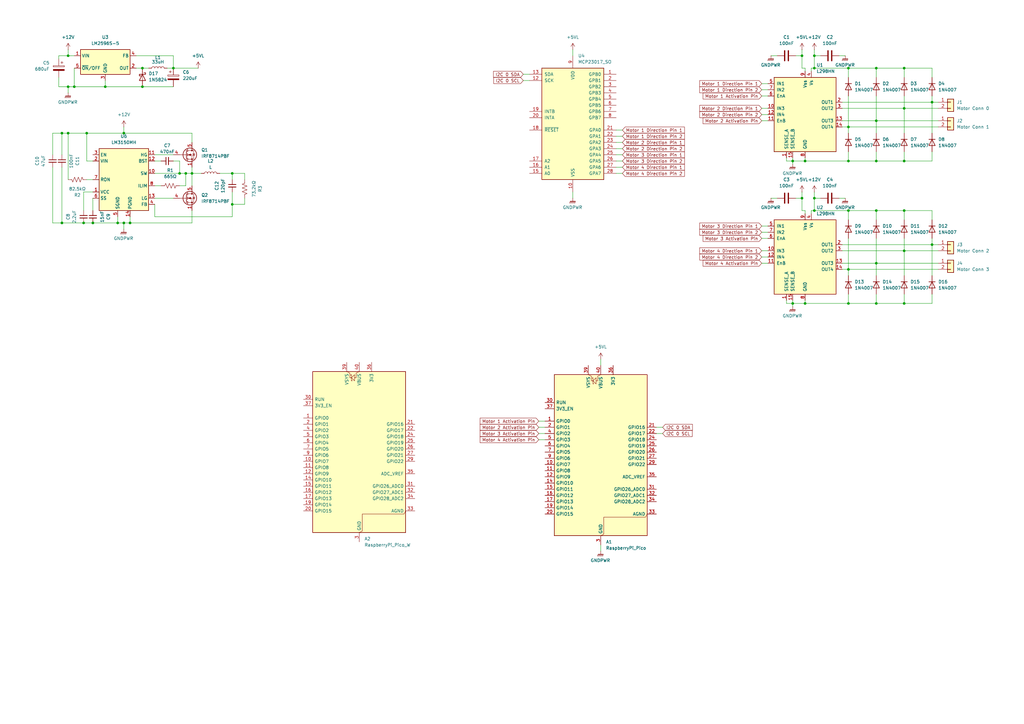
<source format=kicad_sch>
(kicad_sch (version 20250114) (generator "eeschema") (generator_version "9.0")
  (paper "A3")
  (junction (at 27.94 22.86))
  (junction (at 334.01 86.36))
  (junction (at 30.48 35.56))
  (junction (at 25.4 54.61))
  (junction (at 370.84 44.45))
  (junction (at 50.8 91.44))
  (junction (at 359.41 27.94))
  (junction (at 38.1 91.44))
  (junction (at 48.26 91.44))
  (junction (at 370.84 66.04))
  (junction (at 328.93 81.28))
  (junction (at 95.25 83.82))
  (junction (at 370.84 124.46))
  (junction (at 71.12 27.94))
  (junction (at 95.25 71.12))
  (junction (at 34.29 91.44))
  (junction (at 382.27 100.33))
  (junction (at 325.12 66.04))
  (junction (at 359.41 49.53))
  (junction (at 53.34 91.44))
  (junction (at 27.94 54.61))
  (junction (at 73.66 71.12))
  (junction (at 58.42 27.94))
  (junction (at 347.98 27.94))
  (junction (at 330.2 66.04))
  (junction (at 334.01 22.86))
  (junction (at 43.18 35.56))
  (junction (at 25.4 91.44))
  (junction (at 347.98 52.07))
  (junction (at 334.01 81.28))
  (junction (at 35.56 54.61))
  (junction (at 359.41 124.46))
  (junction (at 347.98 110.49))
  (junction (at 359.41 107.95))
  (junction (at 50.8 54.61))
  (junction (at 334.01 27.94))
  (junction (at 347.98 66.04))
  (junction (at 78.74 71.12))
  (junction (at 347.98 86.36))
  (junction (at 347.98 124.46))
  (junction (at 370.84 86.36))
  (junction (at 359.41 66.04))
  (junction (at 382.27 41.91))
  (junction (at 325.12 124.46))
  (junction (at 370.84 102.87))
  (junction (at 330.2 124.46))
  (junction (at 370.84 27.94))
  (junction (at 58.42 35.56))
  (junction (at 27.94 35.56))
  (junction (at 328.93 22.86))
  (junction (at 359.41 86.36))
  (junction (at 76.2 71.12))
  (wire (pts (xy 347.98 66.04) (xy 359.41 66.04)))
  (wire (pts (xy 359.41 107.95) (xy 359.41 113.03)))
  (wire (pts (xy 78.74 68.58) (xy 78.74 71.12)))
  (wire (pts (xy 370.84 62.23) (xy 370.84 66.04)))
  (wire (pts (xy 326.39 81.28) (xy 328.93 81.28)))
  (wire (pts (xy 332.74 86.36) (xy 334.01 86.36)))
  (wire (pts (xy 214.63 30.48) (xy 217.17 30.48)))
  (wire (pts (xy 312.42 49.53) (xy 314.96 49.53)))
  (wire (pts (xy 95.25 71.12) (xy 100.33 71.12)))
  (wire (pts (xy 359.41 124.46) (xy 370.84 124.46)))
  (wire (pts (xy 255.27 63.5) (xy 252.73 63.5)))
  (wire (pts (xy 73.66 76.2) (xy 76.2 76.2)))
  (wire (pts (xy 312.42 105.41) (xy 314.96 105.41)))
  (wire (pts (xy 316.23 22.86) (xy 318.77 22.86)))
  (wire (pts (xy 370.84 124.46) (xy 382.27 124.46)))
  (wire (pts (xy 370.84 66.04) (xy 382.27 66.04)))
  (wire (pts (xy 63.5 66.04) (xy 66.04 66.04)))
  (wire (pts (xy 21.59 68.58) (xy 21.59 91.44)))
  (wire (pts (xy 24.13 22.86) (xy 24.13 24.13)))
  (wire (pts (xy 359.41 62.23) (xy 359.41 66.04)))
  (wire (pts (xy 246.38 223.52) (xy 246.38 226.06)))
  (wire (pts (xy 325.12 64.77) (xy 325.12 66.04)))
  (wire (pts (xy 328.93 78.74) (xy 328.93 81.28)))
  (wire (pts (xy 345.44 110.49) (xy 347.98 110.49)))
  (wire (pts (xy 220.98 175.26) (xy 223.52 175.26)))
  (wire (pts (xy 359.41 66.04) (xy 370.84 66.04)))
  (wire (pts (xy 370.84 86.36) (xy 370.84 90.17)))
  (wire (pts (xy 24.13 31.75) (xy 24.13 35.56)))
  (wire (pts (xy 330.2 27.94) (xy 330.2 29.21)))
  (wire (pts (xy 255.27 66.04) (xy 252.73 66.04)))
  (wire (pts (xy 76.2 71.12) (xy 76.2 76.2)))
  (wire (pts (xy 359.41 49.53) (xy 384.81 49.53)))
  (wire (pts (xy 334.01 86.36) (xy 347.98 86.36)))
  (wire (pts (xy 334.01 81.28) (xy 336.55 81.28)))
  (wire (pts (xy 322.58 123.19) (xy 322.58 124.46)))
  (wire (pts (xy 316.23 81.28) (xy 318.77 81.28)))
  (wire (pts (xy 330.2 86.36) (xy 328.93 86.36)))
  (wire (pts (xy 344.17 81.28) (xy 346.71 81.28)))
  (wire (pts (xy 382.27 120.65) (xy 382.27 124.46)))
  (wire (pts (xy 246.38 147.32) (xy 246.38 149.86)))
  (wire (pts (xy 370.84 27.94) (xy 370.84 31.75)))
  (wire (pts (xy 345.44 41.91) (xy 382.27 41.91)))
  (wire (pts (xy 55.88 27.94) (xy 58.42 27.94)))
  (wire (pts (xy 50.8 54.61) (xy 35.56 54.61)))
  (wire (pts (xy 312.42 36.83) (xy 314.96 36.83)))
  (wire (pts (xy 345.44 102.87) (xy 370.84 102.87)))
  (wire (pts (xy 38.1 91.44) (xy 48.26 91.44)))
  (wire (pts (xy 330.2 87.63) (xy 330.2 86.36)))
  (wire (pts (xy 90.17 71.12) (xy 95.25 71.12)))
  (wire (pts (xy 347.98 39.37) (xy 347.98 52.07)))
  (wire (pts (xy 234.95 20.32) (xy 234.95 22.86)))
  (wire (pts (xy 73.66 71.12) (xy 76.2 71.12)))
  (wire (pts (xy 78.74 71.12) (xy 78.74 76.2)))
  (wire (pts (xy 312.42 97.79) (xy 314.96 97.79)))
  (wire (pts (xy 330.2 124.46) (xy 347.98 124.46)))
  (wire (pts (xy 334.01 22.86) (xy 334.01 27.94)))
  (wire (pts (xy 370.84 102.87) (xy 384.81 102.87)))
  (wire (pts (xy 359.41 107.95) (xy 384.81 107.95)))
  (wire (pts (xy 345.44 49.53) (xy 359.41 49.53)))
  (wire (pts (xy 55.88 22.86) (xy 71.12 22.86)))
  (wire (pts (xy 328.93 22.86) (xy 328.93 27.94)))
  (wire (pts (xy 255.27 68.58) (xy 252.73 68.58)))
  (wire (pts (xy 345.44 100.33) (xy 382.27 100.33)))
  (wire (pts (xy 347.98 97.79) (xy 347.98 110.49)))
  (wire (pts (xy 21.59 63.5) (xy 21.59 54.61)))
  (wire (pts (xy 30.48 22.86) (xy 27.94 22.86)))
  (wire (pts (xy 78.74 91.44) (xy 53.34 91.44)))
  (wire (pts (xy 325.12 124.46) (xy 325.12 125.73)))
  (wire (pts (xy 322.58 64.77) (xy 322.58 66.04)))
  (wire (pts (xy 334.01 20.32) (xy 334.01 22.86)))
  (wire (pts (xy 359.41 27.94) (xy 359.41 31.75)))
  (wire (pts (xy 359.41 90.17) (xy 359.41 86.36)))
  (wire (pts (xy 330.2 124.46) (xy 325.12 124.46)))
  (wire (pts (xy 382.27 100.33) (xy 382.27 113.03)))
  (wire (pts (xy 95.25 83.82) (xy 100.33 83.82)))
  (wire (pts (xy 38.1 81.28) (xy 38.1 86.36)))
  (wire (pts (xy 334.01 27.94) (xy 347.98 27.94)))
  (wire (pts (xy 255.27 58.42) (xy 252.73 58.42)))
  (wire (pts (xy 71.12 22.86) (xy 71.12 27.94)))
  (wire (pts (xy 370.84 44.45) (xy 384.81 44.45)))
  (wire (pts (xy 50.8 52.07) (xy 50.8 54.61)))
  (wire (pts (xy 312.42 95.25) (xy 314.96 95.25)))
  (wire (pts (xy 78.74 86.36) (xy 78.74 91.44)))
  (wire (pts (xy 382.27 100.33) (xy 384.81 100.33)))
  (wire (pts (xy 27.94 35.56) (xy 30.48 35.56)))
  (wire (pts (xy 71.12 27.94) (xy 81.28 27.94)))
  (wire (pts (xy 312.42 46.99) (xy 314.96 46.99)))
  (wire (pts (xy 370.84 44.45) (xy 370.84 54.61)))
  (wire (pts (xy 347.98 110.49) (xy 347.98 113.03)))
  (wire (pts (xy 35.56 54.61) (xy 35.56 66.04)))
  (wire (pts (xy 382.27 31.75) (xy 382.27 27.94)))
  (wire (pts (xy 43.18 35.56) (xy 30.48 35.56)))
  (wire (pts (xy 382.27 86.36) (xy 370.84 86.36)))
  (wire (pts (xy 78.74 58.42) (xy 78.74 54.61)))
  (wire (pts (xy 255.27 55.88) (xy 252.73 55.88)))
  (wire (pts (xy 255.27 53.34) (xy 252.73 53.34)))
  (wire (pts (xy 255.27 71.12) (xy 252.73 71.12)))
  (wire (pts (xy 58.42 35.56) (xy 71.12 35.56)))
  (wire (pts (xy 347.98 90.17) (xy 347.98 86.36)))
  (wire (pts (xy 234.95 78.74) (xy 234.95 81.28)))
  (wire (pts (xy 370.84 86.36) (xy 359.41 86.36)))
  (wire (pts (xy 21.59 54.61) (xy 25.4 54.61)))
  (wire (pts (xy 347.98 27.94) (xy 359.41 27.94)))
  (wire (pts (xy 347.98 62.23) (xy 347.98 66.04)))
  (wire (pts (xy 35.56 66.04) (xy 38.1 66.04)))
  (wire (pts (xy 95.25 71.12) (xy 95.25 73.66)))
  (wire (pts (xy 359.41 86.36) (xy 347.98 86.36)))
  (wire (pts (xy 76.2 71.12) (xy 78.74 71.12)))
  (wire (pts (xy 78.74 54.61) (xy 50.8 54.61)))
  (wire (pts (xy 334.01 78.74) (xy 334.01 81.28)))
  (wire (pts (xy 359.41 39.37) (xy 359.41 49.53)))
  (wire (pts (xy 312.42 39.37) (xy 314.96 39.37)))
  (wire (pts (xy 312.42 44.45) (xy 314.96 44.45)))
  (wire (pts (xy 220.98 177.8) (xy 223.52 177.8)))
  (wire (pts (xy 359.41 120.65) (xy 359.41 124.46)))
  (wire (pts (xy 345.44 52.07) (xy 347.98 52.07)))
  (wire (pts (xy 382.27 97.79) (xy 382.27 100.33)))
  (wire (pts (xy 322.58 66.04) (xy 325.12 66.04)))
  (wire (pts (xy 328.93 27.94) (xy 330.2 27.94)))
  (wire (pts (xy 312.42 107.95) (xy 314.96 107.95)))
  (wire (pts (xy 334.01 81.28) (xy 334.01 86.36)))
  (wire (pts (xy 27.94 35.56) (xy 27.94 38.1)))
  (wire (pts (xy 30.48 27.94) (xy 30.48 35.56)))
  (wire (pts (xy 328.93 20.32) (xy 328.93 22.86)))
  (wire (pts (xy 359.41 27.94) (xy 370.84 27.94)))
  (wire (pts (xy 312.42 92.71) (xy 314.96 92.71)))
  (wire (pts (xy 58.42 27.94) (xy 60.96 27.94)))
  (wire (pts (xy 95.25 88.9) (xy 95.25 83.82)))
  (wire (pts (xy 382.27 41.91) (xy 382.27 54.61)))
  (wire (pts (xy 63.5 83.82) (xy 63.5 88.9)))
  (wire (pts (xy 34.29 78.74) (xy 38.1 78.74)))
  (wire (pts (xy 334.01 27.94) (xy 332.74 27.94)))
  (wire (pts (xy 35.56 73.66) (xy 38.1 73.66)))
  (wire (pts (xy 359.41 97.79) (xy 359.41 107.95)))
  (wire (pts (xy 370.84 97.79) (xy 370.84 102.87)))
  (wire (pts (xy 25.4 63.5) (xy 25.4 54.61)))
  (wire (pts (xy 344.17 22.86) (xy 346.71 22.86)))
  (wire (pts (xy 370.84 120.65) (xy 370.84 124.46)))
  (wire (pts (xy 312.42 102.87) (xy 314.96 102.87)))
  (wire (pts (xy 48.26 88.9) (xy 48.26 91.44)))
  (wire (pts (xy 50.8 91.44) (xy 53.34 91.44)))
  (wire (pts (xy 345.44 44.45) (xy 370.84 44.45)))
  (wire (pts (xy 332.74 27.94) (xy 332.74 29.21)))
  (wire (pts (xy 43.18 35.56) (xy 43.18 33.02)))
  (wire (pts (xy 24.13 35.56) (xy 27.94 35.56)))
  (wire (pts (xy 370.84 102.87) (xy 370.84 113.03)))
  (wire (pts (xy 214.63 33.02) (xy 217.17 33.02)))
  (wire (pts (xy 382.27 90.17) (xy 382.27 86.36)))
  (wire (pts (xy 25.4 54.61) (xy 27.94 54.61)))
  (wire (pts (xy 34.29 86.36) (xy 34.29 78.74)))
  (wire (pts (xy 326.39 22.86) (xy 328.93 22.86)))
  (wire (pts (xy 332.74 87.63) (xy 332.74 86.36)))
  (wire (pts (xy 330.2 64.77) (xy 330.2 66.04)))
  (wire (pts (xy 328.93 81.28) (xy 328.93 86.36)))
  (wire (pts (xy 347.98 110.49) (xy 384.81 110.49)))
  (wire (pts (xy 347.98 52.07) (xy 347.98 54.61)))
  (wire (pts (xy 347.98 52.07) (xy 384.81 52.07)))
  (wire (pts (xy 325.12 66.04) (xy 330.2 66.04)))
  (wire (pts (xy 24.13 22.86) (xy 27.94 22.86)))
  (wire (pts (xy 100.33 83.82) (xy 100.33 81.28)))
  (wire (pts (xy 95.25 78.74) (xy 95.25 83.82)))
  (wire (pts (xy 325.12 66.04) (xy 325.12 67.31)))
  (wire (pts (xy 269.24 175.26) (xy 271.78 175.26)))
  (wire (pts (xy 73.66 66.04) (xy 73.66 71.12)))
  (wire (pts (xy 269.24 177.8) (xy 271.78 177.8)))
  (wire (pts (xy 312.42 34.29) (xy 314.96 34.29)))
  (wire (pts (xy 78.74 71.12) (xy 82.55 71.12)))
  (wire (pts (xy 220.98 180.34) (xy 223.52 180.34)))
  (wire (pts (xy 325.12 124.46) (xy 325.12 123.19)))
  (wire (pts (xy 27.94 73.66) (xy 27.94 54.61)))
  (wire (pts (xy 382.27 62.23) (xy 382.27 66.04)))
  (wire (pts (xy 347.98 66.04) (xy 330.2 66.04)))
  (wire (pts (xy 382.27 39.37) (xy 382.27 41.91)))
  (wire (pts (xy 345.44 107.95) (xy 359.41 107.95)))
  (wire (pts (xy 382.27 41.91) (xy 384.81 41.91)))
  (wire (pts (xy 27.94 54.61) (xy 35.56 54.61)))
  (wire (pts (xy 220.98 172.72) (xy 223.52 172.72)))
  (wire (pts (xy 50.8 91.44) (xy 50.8 93.98)))
  (wire (pts (xy 63.5 71.12) (xy 73.66 71.12)))
  (wire (pts (xy 21.59 91.44) (xy 25.4 91.44)))
  (wire (pts (xy 48.26 91.44) (xy 50.8 91.44)))
  (wire (pts (xy 255.27 60.96) (xy 252.73 60.96)))
  (wire (pts (xy 330.2 123.19) (xy 330.2 124.46)))
  (wire (pts (xy 27.94 22.86) (xy 27.94 20.32)))
  (wire (pts (xy 347.98 120.65) (xy 347.98 124.46)))
  (wire (pts (xy 53.34 88.9) (xy 53.34 91.44)))
  (wire (pts (xy 71.12 66.04) (xy 73.66 66.04)))
  (wire (pts (xy 347.98 27.94) (xy 347.98 31.75)))
  (wire (pts (xy 334.01 22.86) (xy 336.55 22.86)))
  (wire (pts (xy 25.4 91.44) (xy 34.29 91.44)))
  (wire (pts (xy 43.18 35.56) (xy 58.42 35.56)))
  (wire (pts (xy 63.5 88.9) (xy 95.25 88.9)))
  (wire (pts (xy 370.84 27.94) (xy 382.27 27.94)))
  (wire (pts (xy 63.5 76.2) (xy 66.04 76.2)))
  (wire (pts (xy 34.29 91.44) (xy 38.1 91.44)))
  (wire (pts (xy 347.98 124.46) (xy 359.41 124.46)))
  (wire (pts (xy 100.33 73.66) (xy 100.33 71.12)))
  (wire (pts (xy 71.12 27.94) (xy 68.58 27.94)))
  (wire (pts (xy 63.5 63.5) (xy 71.12 63.5)))
  (wire (pts (xy 25.4 68.58) (xy 25.4 91.44)))
  (wire (pts (xy 370.84 39.37) (xy 370.84 44.45)))
  (wire (pts (xy 322.58 124.46) (xy 325.12 124.46)))
  (wire (pts (xy 63.5 81.28) (xy 71.12 81.28)))
  (wire (pts (xy 359.41 49.53) (xy 359.41 54.61)))
  (global_label "Motor 4 Activation Pin" (shape input) (at 220.98 180.34 180) (property "Intersheetrefs" "${INTERSHEET_REFS}" (effects (hide yes))))
  (global_label "Motor 3 Activation Pin" (shape input) (at 220.98 177.8 180) (property "Intersheetrefs" "${INTERSHEET_REFS}" (effects (hide yes))))
  (global_label "Motor 1 Direction Pin 2" (shape input) (at 255.27 55.88 0) (property "Intersheetrefs" "${INTERSHEET_REFS}" (effects (hide yes))))
  (global_label "Motor 2 Activation Pin" (shape input) (at 312.42 49.53 180) (property "Intersheetrefs" "${INTERSHEET_REFS}" (effects (hide yes))))
  (global_label "I2C 0 SDA" (shape input) (at 214.63 30.48 180) (property "Intersheetrefs" "${INTERSHEET_REFS}" (effects (hide yes))))
  (global_label "Motor 3 Direction Pin 2" (shape input) (at 255.27 66.04 0) (property "Intersheetrefs" "${INTERSHEET_REFS}" (effects (hide yes))))
  (global_label "Motor 3 Activation Pin" (shape input) (at 312.42 97.79 180) (property "Intersheetrefs" "${INTERSHEET_REFS}" (effects (hide yes))))
  (global_label "Motor 1 Activation Pin" (shape input) (at 312.42 39.37 180) (property "Intersheetrefs" "${INTERSHEET_REFS}" (effects (hide yes))))
  (global_label "I2C 0 SCL" (shape input) (at 271.78 177.8 0) (property "Intersheetrefs" "${INTERSHEET_REFS}" (effects (hide yes))))
  (global_label "Motor 2 Direction Pin 1" (shape input) (at 312.42 44.45 180) (property "Intersheetrefs" "${INTERSHEET_REFS}" (effects (hide yes))))
  (global_label "Motor 3 Direction Pin 2" (shape input) (at 312.42 95.25 180) (property "Intersheetrefs" "${INTERSHEET_REFS}" (effects (hide yes))))
  (global_label "Motor 1 Activation Pin" (shape input) (at 220.98 172.72 180) (property "Intersheetrefs" "${INTERSHEET_REFS}" (effects (hide yes))))
  (global_label "Motor 1 Direction Pin 2" (shape input) (at 312.42 36.83 180) (property "Intersheetrefs" "${INTERSHEET_REFS}" (effects (hide yes))))
  (global_label "Motor 2 Direction Pin 2" (shape input) (at 312.42 46.99 180) (property "Intersheetrefs" "${INTERSHEET_REFS}" (effects (hide yes))))
  (global_label "Motor 4 Direction Pin 2" (shape input) (at 312.42 105.41 180) (property "Intersheetrefs" "${INTERSHEET_REFS}" (effects (hide yes))))
  (global_label "Motor 4 Activation Pin" (shape input) (at 312.42 107.95 180) (property "Intersheetrefs" "${INTERSHEET_REFS}" (effects (hide yes))))
  (global_label "Motor 4 Direction Pin 1" (shape input) (at 312.42 102.87 180) (property "Intersheetrefs" "${INTERSHEET_REFS}" (effects (hide yes))))
  (global_label "I2C 0 SCL" (shape input) (at 214.63 33.02 180) (property "Intersheetrefs" "${INTERSHEET_REFS}" (effects (hide yes))))
  (global_label "I2C 0 SDA" (shape input) (at 271.78 175.26 0) (property "Intersheetrefs" "${INTERSHEET_REFS}" (effects (hide yes))))
  (global_label "Motor 2 Activation Pin" (shape input) (at 220.98 175.26 180) (property "Intersheetrefs" "${INTERSHEET_REFS}" (effects (hide yes))))
  (global_label "Motor 4 Direction Pin 2" (shape input) (at 255.27 71.12 0) (property "Intersheetrefs" "${INTERSHEET_REFS}" (effects (hide yes))))
  (global_label "Motor 1 Direction Pin 1" (shape input) (at 312.42 34.29 180) (property "Intersheetrefs" "${INTERSHEET_REFS}" (effects (hide yes))))
  (global_label "Motor 3 Direction Pin 1" (shape input) (at 255.27 63.5 0) (property "Intersheetrefs" "${INTERSHEET_REFS}" (effects (hide yes))))
  (global_label "Motor 2 Direction Pin 1" (shape input) (at 255.27 58.42 0) (property "Intersheetrefs" "${INTERSHEET_REFS}" (effects (hide yes))))
  (global_label "Motor 2 Direction Pin 2" (shape input) (at 255.27 60.96 0) (property "Intersheetrefs" "${INTERSHEET_REFS}" (effects (hide yes))))
  (global_label "Motor 1 Direction Pin 1" (shape input) (at 255.27 53.34 0) (property "Intersheetrefs" "${INTERSHEET_REFS}" (effects (hide yes))))
  (global_label "Motor 3 Direction Pin 1" (shape input) (at 312.42 92.71 180) (property "Intersheetrefs" "${INTERSHEET_REFS}" (effects (hide yes))))
  (global_label "Motor 4 Direction Pin 1" (shape input) (at 255.27 68.58 0) (property "Intersheetrefs" "${INTERSHEET_REFS}" (effects (hide yes))))
  (symbol (lib_id "power:GNDPWR") (at 27.94 38.1 0) (unit 1)
    (property "Reference" "#PWR014" (effects (hide yes)))
    (property "Value" "GNDPWR" (at 27.813 41.91 0))
    (property "Description" "Power symbol creates a global label with name \"GNDPWR\" , global ground" (effects (hide yes)))
  )
  (symbol (lib_id "Connector_Generic:Conn_01x02") (at 389.89 41.91 0) (unit 1)
    (property "Reference" "J1" (at 392.43 41.9099 0) (effects (justify left)))
    (property "Value" "Motor Conn 0" (at 392.43 44.4499 0) (effects (justify left)))
    (property "Description" "Generic connector, single row, 01x02, script generated (kicad-library-utils/schlib/autogen/connector/)" (effects (hide yes)))
  )
  (symbol (lib_id "Diode:1N4007") (at 347.98 35.56 270) (unit 1)
    (property "Reference" "D1" (at 350.52 34.2899 90) (effects (justify left)))
    (property "Value" "1N4007" (at 350.52 36.8299 90) (effects (justify left)))
    (property "Footprint" "Diode_THT:D_DO-41_SOD81_P10.16mm_Horizontal" (effects (hide yes)))
    (property "Datasheet" "http://www.vishay.com/docs/88503/1n4001.pdf" (effects (hide yes)))
    (property "Description" "1000V 1A General Purpose Rectifier Diode, DO-41" (effects (hide yes)))
    (property "Sim.Device" "D" (effects (hide yes)))
    (property "Sim.Pins" "1=K 2=A" (effects (hide yes)))
  )
  (symbol (lib_id "Driver_Motor:L298HN") (at 330.2 46.99 0) (unit 1)
    (property "Reference" "U1" (at 334.8833 26.67 0) (effects (justify left)))
    (property "Value" "L298HN" (at 334.8833 29.21 0) (effects (justify left)))
    (property "Footprint" "Package_TO_SOT_THT:TO-220-15_P2.54x2.54mm_StaggerOdd_Lead5.84mm_TabDown" (effects (hide yes)))
    (property "Datasheet" "http://www.st.com/st-web-ui/static/active/en/resource/technical/document/datasheet/CD00000240.pdf" (effects (hide yes)))
    (property "Description" "Dual full bridge motor driver, up to 46V, 4A, Multiwatt15-H" (effects (hide yes)))
  )
  (symbol (lib_id "Diode:1N4007") (at 347.98 116.84 270) (unit 1)
    (property "Reference" "D13" (at 350.52 115.5699 90) (effects (justify left)))
    (property "Value" "1N4007" (at 350.52 118.1099 90) (effects (justify left)))
    (property "Footprint" "Diode_THT:D_DO-41_SOD81_P10.16mm_Horizontal" (effects (hide yes)))
    (property "Datasheet" "http://www.vishay.com/docs/88503/1n4001.pdf" (effects (hide yes)))
    (property "Description" "1000V 1A General Purpose Rectifier Diode, DO-41" (effects (hide yes)))
    (property "Sim.Device" "D" (effects (hide yes)))
    (property "Sim.Pins" "1=K 2=A" (effects (hide yes)))
  )
  (symbol (lib_id "power:+12V") (at 334.01 20.32 0) (unit 1)
    (property "Reference" "#PWR04" (effects (hide yes)))
    (property "Value" "+12V" (at 334.01 15.24 0))
    (property "Description" "Power symbol creates a global label with name \"+12V\"" (effects (hide yes)))
  )
  (symbol (lib_id "power:GNDPWR") (at 346.71 81.28 0) (unit 1)
    (property "Reference" "#PWR010" (effects (hide yes)))
    (property "Value" "GNDPWR" (at 346.583 85.09 0))
    (property "Description" "Power symbol creates a global label with name \"GNDPWR\" , global ground" (effects (hide yes)))
  )
  (symbol (lib_id "Transistor_FET:IRF8721PBF-1") (at 76.2 81.28 0) (unit 1)
    (property "Reference" "Q2" (at 82.55 80.0099 0) (effects (justify left)))
    (property "Value" "IRF8714PBF" (at 82.55 82.5499 0) (effects (justify left)))
    (property "Footprint" "Package_SO:SOIC-8_3.9x4.9mm_P1.27mm" (effects (hide yes)))
    (property "Datasheet" "http://www.irf.com/product-info/datasheets/data/irf8721pbf-1.pdf" (effects (hide yes)))
    (property "Description" "14A Id, 30V Vds, HEXFET N-Channel MOSFET, SO-8" (effects (hide yes)))
  )
  (symbol (lib_id "power:GNDPWR") (at 316.23 22.86 0) (unit 1)
    (property "Reference" "#PWR08" (effects (hide yes)))
    (property "Value" "GNDPWR" (at 316.103 26.67 0))
    (property "Description" "Power symbol creates a global label with name \"GNDPWR\" , global ground" (effects (hide yes)))
  )
  (symbol (lib_id "Regulator_Switching:LM3150MH") (at 50.8 73.66 0) (unit 1)
    (property "Reference" "U6" (at 50.8 55.88 0))
    (property "Value" "LM3150MH" (at 50.8 58.42 0))
    (property "Footprint" "Package_SO:HTSSOP-14-1EP_4.4x5mm_P0.65mm_EP3.4x5mm_Mask3x3.1mm" (effects (hide yes)))
    (property "Datasheet" "http://www.ti.com/lit/ds/symlink/lm3150.pdf" (effects (hide yes)))
    (property "Description" "42V Wide Vin synchronous Buck controller, HTSSOP-14" (effects (hide yes)))
  )
  (symbol (lib_id "Connector_Generic:Conn_01x02") (at 389.89 100.33 0) (unit 1)
    (property "Reference" "J3" (at 392.43 100.3299 0) (effects (justify left)))
    (property "Value" "Motor Conn 2" (at 392.43 102.8699 0) (effects (justify left)))
    (property "Description" "Generic connector, single row, 01x02, script generated (kicad-library-utils/schlib/autogen/connector/)" (effects (hide yes)))
  )
  (symbol (lib_id "Diode:1N4007") (at 359.41 58.42 270) (unit 1)
    (property "Reference" "D6" (at 361.95 57.1499 90) (effects (justify left)))
    (property "Value" "1N4007" (at 361.95 59.6899 90) (effects (justify left)))
    (property "Footprint" "Diode_THT:D_DO-41_SOD81_P10.16mm_Horizontal" (effects (hide yes)))
    (property "Datasheet" "http://www.vishay.com/docs/88503/1n4001.pdf" (effects (hide yes)))
    (property "Description" "1000V 1A General Purpose Rectifier Diode, DO-41" (effects (hide yes)))
    (property "Sim.Device" "D" (effects (hide yes)))
    (property "Sim.Pins" "1=K 2=A" (effects (hide yes)))
  )
  (symbol (lib_id "Regulator_Switching:LM2596S-5") (at 43.18 25.4 0) (unit 1)
    (property "Reference" "U3" (at 43.18 15.24 0))
    (property "Value" "LM2596S-5" (at 43.18 17.78 0))
    (property "Footprint" "Package_TO_SOT_SMD:TO-263-5_TabPin3" (effects (hide yes)))
    (property "Datasheet" "http://www.ti.com/lit/ds/symlink/lm2596.pdf" (effects (hide yes)))
    (property "Description" "5V 3A Step-Down Voltage Regulator, TO-263" (effects (hide yes)))
  )
  (symbol (lib_id "Diode:1N4007") (at 382.27 116.84 270) (unit 1)
    (property "Reference" "D16" (at 384.81 115.5699 90) (effects (justify left)))
    (property "Value" "1N4007" (at 384.81 118.1099 90) (effects (justify left)))
    (property "Footprint" "Diode_THT:D_DO-41_SOD81_P10.16mm_Horizontal" (effects (hide yes)))
    (property "Datasheet" "http://www.vishay.com/docs/88503/1n4001.pdf" (effects (hide yes)))
    (property "Description" "1000V 1A General Purpose Rectifier Diode, DO-41" (effects (hide yes)))
    (property "Sim.Device" "D" (effects (hide yes)))
    (property "Sim.Pins" "1=K 2=A" (effects (hide yes)))
  )
  (symbol (lib_id "Transistor_FET:IRF8721PBF-1") (at 76.2 63.5 0) (unit 1)
    (property "Reference" "Q1" (at 82.55 62.2299 0) (effects (justify left bottom)))
    (property "Value" "IRF8714PBF" (at 82.55 64.7699 0) (effects (justify left bottom)))
    (property "Footprint" "Package_SO:SOIC-8_3.9x4.9mm_P1.27mm" (effects (hide yes)))
    (property "Datasheet" "http://www.irf.com/product-info/datasheets/data/irf8721pbf-1.pdf" (effects (hide yes)))
    (property "Description" "14A Id, 30V Vds, HEXFET N-Channel MOSFET, SO-8" (effects (hide yes)))
  )
  (symbol (lib_id "power:GNDPWR") (at 234.95 81.28 0) (unit 1)
    (property "Reference" "#PWR017" (effects (hide yes)))
    (property "Value" "GNDPWR" (at 234.823 85.09 0))
    (property "Description" "Power symbol creates a global label with name \"GNDPWR\" , global ground" (effects (hide yes)))
  )
  (symbol (lib_id "power:+5VP") (at 81.28 27.94 0) (unit 1)
    (property "Reference" "#PWR011" (effects (hide yes)))
    (property "Value" "+5VL" (at 81.28 22.86 0))
    (property "Description" "Power symbol creates a global label with name \"+5VP\"" (effects (hide yes)))
  )
  (symbol (lib_id "Diode:1N5822") (at 58.42 31.75 270) (unit 1)
    (property "Reference" "D17" (at 60.96 30.1624 90) (effects (justify left)))
    (property "Value" "1N5824" (at 60.96 32.7024 90) (effects (justify left)))
    (property "Footprint" "Diode_THT:D_DO-201AD_P15.24mm_Horizontal" (effects (hide yes)))
    (property "Datasheet" "http://www.vishay.com/docs/88526/1n5820.pdf" (effects (hide yes)))
    (property "Description" "40V 3A Schottky Barrier Rectifier Diode, DO-201AD" (effects (hide yes)))
  )
  (symbol (lib_id "Device:C_Polarized") (at 24.13 27.94 0) (mirror y) (unit 1)
    (property "Reference" "C5" (at 20.32 25.7809 0) (effects (justify left)))
    (property "Value" "680uF" (at 20.32 28.3209 0) (effects (justify left)))
    (property "Description" "Polarized capacitor" (effects (hide yes)))
  )
  (symbol (lib_id "Device:C_Small") (at 38.1 88.9 0) (unit 1)
    (property "Reference" "C9" (at 44.45 88.9063 90))
    (property "Value" "15nF" (at 41.91 88.9063 90))
    (property "Description" "Unpolarized capacitor, small symbol" (effects (hide yes)))
  )
  (symbol (lib_id "Device:C_Polarized") (at 71.12 31.75 0) (unit 1)
    (property "Reference" "C6" (at 74.93 29.5909 0) (effects (justify left)))
    (property "Value" "220uF" (at 74.93 32.1309 0) (effects (justify left)))
    (property "Description" "Polarized capacitor" (effects (hide yes)))
  )
  (symbol (lib_id "Device:L") (at 86.36 71.12 90) (unit 1)
    (property "Reference" "L2" (at 86.36 66.04 90))
    (property "Value" "L" (at 86.36 68.58 90))
    (property "Description" "Inductor" (effects (hide yes)))
  )
  (symbol (lib_id "power:GNDPWR") (at 246.38 226.06 0) (unit 1)
    (property "Reference" "#PWR012" (effects (hide yes)))
    (property "Value" "GNDPWR" (at 246.253 229.87 0))
    (property "Description" "Power symbol creates a global label with name \"GNDPWR\" , global ground" (effects (hide yes)))
  )
  (symbol (lib_id "Diode:1N4007") (at 347.98 93.98 270) (unit 1)
    (property "Reference" "D9" (at 350.52 92.7099 90) (effects (justify left)))
    (property "Value" "1N4007" (at 350.52 95.2499 90) (effects (justify left)))
    (property "Footprint" "Diode_THT:D_DO-41_SOD81_P10.16mm_Horizontal" (effects (hide yes)))
    (property "Datasheet" "http://www.vishay.com/docs/88503/1n4001.pdf" (effects (hide yes)))
    (property "Description" "1000V 1A General Purpose Rectifier Diode, DO-41" (effects (hide yes)))
    (property "Sim.Device" "D" (effects (hide yes)))
    (property "Sim.Pins" "1=K 2=A" (effects (hide yes)))
  )
  (symbol (lib_id "Diode:1N4007") (at 347.98 58.42 270) (unit 1)
    (property "Reference" "D5" (at 350.52 57.1499 90) (effects (justify left)))
    (property "Value" "1N4007" (at 350.52 59.6899 90) (effects (justify left)))
    (property "Footprint" "Diode_THT:D_DO-41_SOD81_P10.16mm_Horizontal" (effects (hide yes)))
    (property "Datasheet" "http://www.vishay.com/docs/88503/1n4001.pdf" (effects (hide yes)))
    (property "Description" "1000V 1A General Purpose Rectifier Diode, DO-41" (effects (hide yes)))
    (property "Sim.Device" "D" (effects (hide yes)))
    (property "Sim.Pins" "1=K 2=A" (effects (hide yes)))
  )
  (symbol (lib_id "Diode:1N4007") (at 359.41 93.98 270) (unit 1)
    (property "Reference" "D10" (at 361.95 92.7099 90) (effects (justify left)))
    (property "Value" "1N4007" (at 361.95 95.2499 90) (effects (justify left)))
    (property "Footprint" "Diode_THT:D_DO-41_SOD81_P10.16mm_Horizontal" (effects (hide yes)))
    (property "Datasheet" "http://www.vishay.com/docs/88503/1n4001.pdf" (effects (hide yes)))
    (property "Description" "1000V 1A General Purpose Rectifier Diode, DO-41" (effects (hide yes)))
    (property "Sim.Device" "D" (effects (hide yes)))
    (property "Sim.Pins" "1=K 2=A" (effects (hide yes)))
  )
  (symbol (lib_id "Diode:1N4007") (at 359.41 35.56 270) (unit 1)
    (property "Reference" "D2" (at 361.95 34.2899 90) (effects (justify left)))
    (property "Value" "1N4007" (at 361.95 36.8299 90) (effects (justify left)))
    (property "Footprint" "Diode_THT:D_DO-41_SOD81_P10.16mm_Horizontal" (effects (hide yes)))
    (property "Datasheet" "http://www.vishay.com/docs/88503/1n4001.pdf" (effects (hide yes)))
    (property "Description" "1000V 1A General Purpose Rectifier Diode, DO-41" (effects (hide yes)))
    (property "Sim.Device" "D" (effects (hide yes)))
    (property "Sim.Pins" "1=K 2=A" (effects (hide yes)))
  )
  (symbol (lib_id "Diode:1N4007") (at 359.41 116.84 270) (unit 1)
    (property "Reference" "D14" (at 361.95 115.5699 90) (effects (justify left)))
    (property "Value" "1N4007" (at 361.95 118.1099 90) (effects (justify left)))
    (property "Footprint" "Diode_THT:D_DO-41_SOD81_P10.16mm_Horizontal" (effects (hide yes)))
    (property "Datasheet" "http://www.vishay.com/docs/88503/1n4001.pdf" (effects (hide yes)))
    (property "Description" "1000V 1A General Purpose Rectifier Diode, DO-41" (effects (hide yes)))
    (property "Sim.Device" "D" (effects (hide yes)))
    (property "Sim.Pins" "1=K 2=A" (effects (hide yes)))
  )
  (symbol (lib_id "Interface_Expansion:MCP23017_SO") (at 234.95 50.8 0) (unit 1)
    (property "Reference" "U4" (at 237.0933 22.86 0) (effects (justify left)))
    (property "Value" "MCP23017_SO" (at 237.0933 25.4 0) (effects (justify left)))
    (property "Footprint" "Package_SO:SOIC-28W_7.5x17.9mm_P1.27mm" (effects (hide yes)))
    (property "Datasheet" "https://ww1.microchip.com/downloads/aemDocuments/documents/APID/ProductDocuments/DataSheets/MCP23017-Data-Sheet-DS20001952.pdf" (effects (hide yes)))
    (property "Description" "16-bit I/O expander, I2C, interrupts, w pull-ups, GPA/B7 output only (https://microchip.my.site.com/s/article/GPA7---GPB7-Cannot-Be-Used-as-Inputs-In-MCP23017),  SOIC-28" (effects (hide yes)))
  )
  (symbol (lib_id "Diode:1N4007") (at 370.84 116.84 270) (unit 1)
    (property "Reference" "D15" (at 373.38 115.5699 90) (effects (justify left)))
    (property "Value" "1N4007" (at 373.38 118.1099 90) (effects (justify left)))
    (property "Footprint" "Diode_THT:D_DO-41_SOD81_P10.16mm_Horizontal" (effects (hide yes)))
    (property "Datasheet" "http://www.vishay.com/docs/88503/1n4001.pdf" (effects (hide yes)))
    (property "Description" "1000V 1A General Purpose Rectifier Diode, DO-41" (effects (hide yes)))
    (property "Sim.Device" "D" (effects (hide yes)))
    (property "Sim.Pins" "1=K 2=A" (effects (hide yes)))
  )
  (symbol (lib_id "Device:R_US") (at 31.75 73.66 90) (mirror x) (unit 1)
    (property "Reference" "R2" (at 31.75 80.01 90))
    (property "Value" "82.5kΩ" (at 31.75 77.47 90))
    (property "Description" "Resistor, US symbol" (effects (hide yes)))
  )
  (symbol (lib_id "Device:C_Small") (at 34.29 88.9 0) (mirror y) (unit 1)
    (property "Reference" "C8" (at 27.94 88.9063 90))
    (property "Value" "2.2uF" (at 30.48 88.9063 90))
    (property "Description" "Unpolarized capacitor, small symbol" (effects (hide yes)))
  )
  (symbol (lib_id "power:GNDPWR") (at 325.12 67.31 0) (unit 1)
    (property "Reference" "#PWR02" (effects (hide yes)))
    (property "Value" "GNDPWR" (at 324.993 71.12 0))
    (property "Description" "Power symbol creates a global label with name \"GNDPWR\" , global ground" (effects (hide yes)))
  )
  (symbol (lib_id "power:+12V") (at 27.94 20.32 0) (unit 1)
    (property "Reference" "#PWR013" (effects (hide yes)))
    (property "Value" "+12V" (at 27.94 15.24 0))
    (property "Description" "Power symbol creates a global label with name \"+12V\"" (effects (hide yes)))
  )
  (symbol (lib_id "power:+5VL") (at 328.93 20.32 0) (unit 1)
    (property "Reference" "#PWR015" (effects (hide yes)))
    (property "Value" "+5VL" (at 328.93 15.24 0))
    (property "Description" "Power symbol creates a global label with name \"+5VL\"" (effects (hide yes)))
  )
  (symbol (lib_id "power:GNDPWR") (at 346.71 22.86 0) (unit 1)
    (property "Reference" "#PWR07" (effects (hide yes)))
    (property "Value" "GNDPWR" (at 346.583 26.67 0))
    (property "Description" "Power symbol creates a global label with name \"GNDPWR\" , global ground" (effects (hide yes)))
  )
  (symbol (lib_id "Driver_Motor:L298HN") (at 330.2 105.41 0) (unit 1)
    (property "Reference" "U2" (at 334.8833 85.09 0) (effects (justify left)))
    (property "Value" "L298HN" (at 334.8833 87.63 0) (effects (justify left)))
    (property "Footprint" "Package_TO_SOT_THT:TO-220-15_P2.54x2.54mm_StaggerOdd_Lead5.84mm_TabDown" (effects (hide yes)))
    (property "Datasheet" "http://www.st.com/st-web-ui/static/active/en/resource/technical/document/datasheet/CD00000240.pdf" (effects (hide yes)))
    (property "Description" "Dual full bridge motor driver, up to 46V, 4A, Multiwatt15-H" (effects (hide yes)))
  )
  (symbol (lib_id "Connector_Generic:Conn_01x02") (at 389.89 49.53 0) (unit 1)
    (property "Reference" "J2" (at 392.43 49.5299 0) (effects (justify left)))
    (property "Value" "Motor Conn 1" (at 392.43 52.0699 0) (effects (justify left)))
    (property "Description" "Generic connector, single row, 01x02, script generated (kicad-library-utils/schlib/autogen/connector/)" (effects (hide yes)))
  )
  (symbol (lib_id "Device:R_US") (at 100.33 77.47 0) (mirror x) (unit 1)
    (property "Reference" "R3" (at 106.68 77.47 90))
    (property "Value" "73.2kΩ" (at 104.14 77.47 90))
    (property "Description" "Resistor, US symbol" (effects (hide yes)))
  )
  (symbol (lib_id "Device:C_Small") (at 95.25 76.2 0) (mirror y) (unit 1)
    (property "Reference" "C12" (at 88.9 76.2063 90))
    (property "Value" "120pF" (at 91.44 76.2063 90))
    (property "Description" "Unpolarized capacitor, small symbol" (effects (hide yes)))
  )
  (symbol (lib_id "Diode:1N4007") (at 382.27 93.98 270) (unit 1)
    (property "Reference" "D12" (at 384.81 92.7099 90) (effects (justify left)))
    (property "Value" "1N4007" (at 384.81 95.2499 90) (effects (justify left)))
    (property "Footprint" "Diode_THT:D_DO-41_SOD81_P10.16mm_Horizontal" (effects (hide yes)))
    (property "Datasheet" "http://www.vishay.com/docs/88503/1n4001.pdf" (effects (hide yes)))
    (property "Description" "1000V 1A General Purpose Rectifier Diode, DO-41" (effects (hide yes)))
    (property "Sim.Device" "D" (effects (hide yes)))
    (property "Sim.Pins" "1=K 2=A" (effects (hide yes)))
  )
  (symbol (lib_id "Diode:1N4007") (at 370.84 93.98 270) (unit 1)
    (property "Reference" "D11" (at 373.38 92.7099 90) (effects (justify left)))
    (property "Value" "1N4007" (at 373.38 95.2499 90) (effects (justify left)))
    (property "Footprint" "Diode_THT:D_DO-41_SOD81_P10.16mm_Horizontal" (effects (hide yes)))
    (property "Datasheet" "http://www.vishay.com/docs/88503/1n4001.pdf" (effects (hide yes)))
    (property "Description" "1000V 1A General Purpose Rectifier Diode, DO-41" (effects (hide yes)))
    (property "Sim.Device" "D" (effects (hide yes)))
    (property "Sim.Pins" "1=K 2=A" (effects (hide yes)))
  )
  (symbol (lib_id "power:GNDPWR") (at 316.23 81.28 0) (unit 1)
    (property "Reference" "#PWR09" (effects (hide yes)))
    (property "Value" "GNDPWR" (at 316.103 85.09 0))
    (property "Description" "Power symbol creates a global label with name \"GNDPWR\" , global ground" (effects (hide yes)))
  )
  (symbol (lib_id "power:+5VL") (at 328.93 78.74 0) (unit 1)
    (property "Reference" "#PWR03" (effects (hide yes)))
    (property "Value" "+5VL" (at 328.93 73.66 0))
    (property "Description" "Power symbol creates a global label with name \"+5VL\"" (effects (hide yes)))
  )
  (symbol (lib_id "Device:C") (at 340.36 22.86 270) (unit 1)
    (property "Reference" "C2" (at 340.36 15.24 90))
    (property "Value" "100nF" (at 340.36 17.78 90))
    (property "Description" "Unpolarized capacitor" (effects (hide yes)))
  )
  (symbol (lib_id "Device:C_Small") (at 21.59 66.04 0) (mirror y) (unit 1)
    (property "Reference" "C10" (at 15.24 66.0463 90))
    (property "Value" "47uF" (at 17.78 66.0463 90))
    (property "Description" "Unpolarized capacitor, small symbol" (effects (hide yes)))
  )
  (symbol (lib_id "Connector_Generic:Conn_01x02") (at 389.89 107.95 0) (unit 1)
    (property "Reference" "J4" (at 392.43 107.9499 0) (effects (justify left)))
    (property "Value" "Motor Conn 3" (at 392.43 110.4899 0) (effects (justify left)))
    (property "Description" "Generic connector, single row, 01x02, script generated (kicad-library-utils/schlib/autogen/connector/)" (effects (hide yes)))
  )
  (symbol (lib_id "power:+12V") (at 334.01 78.74 0) (unit 1)
    (property "Reference" "#PWR06" (effects (hide yes)))
    (property "Value" "+12V" (at 334.01 73.66 0))
    (property "Description" "Power symbol creates a global label with name \"+12V\"" (effects (hide yes)))
  )
  (symbol (lib_id "Device:C") (at 322.58 22.86 270) (unit 1)
    (property "Reference" "C1" (at 322.58 15.24 90))
    (property "Value" "100nF" (at 322.58 17.78 90))
    (property "Description" "Unpolarized capacitor" (effects (hide yes)))
  )
  (symbol (lib_id "Diode:1N4007") (at 370.84 35.56 270) (unit 1)
    (property "Reference" "D3" (at 373.38 34.2899 90) (effects (justify left)))
    (property "Value" "1N4007" (at 373.38 36.8299 90) (effects (justify left)))
    (property "Footprint" "Diode_THT:D_DO-41_SOD81_P10.16mm_Horizontal" (effects (hide yes)))
    (property "Datasheet" "http://www.vishay.com/docs/88503/1n4001.pdf" (effects (hide yes)))
    (property "Description" "1000V 1A General Purpose Rectifier Diode, DO-41" (effects (hide yes)))
    (property "Sim.Device" "D" (effects (hide yes)))
    (property "Sim.Pins" "1=K 2=A" (effects (hide yes)))
  )
  (symbol (lib_id "Diode:1N4007") (at 370.84 58.42 270) (unit 1)
    (property "Reference" "D7" (at 373.38 57.1499 90) (effects (justify left)))
    (property "Value" "1N4007" (at 373.38 59.6899 90) (effects (justify left)))
    (property "Footprint" "Diode_THT:D_DO-41_SOD81_P10.16mm_Horizontal" (effects (hide yes)))
    (property "Datasheet" "http://www.vishay.com/docs/88503/1n4001.pdf" (effects (hide yes)))
    (property "Description" "1000V 1A General Purpose Rectifier Diode, DO-41" (effects (hide yes)))
    (property "Sim.Device" "D" (effects (hide yes)))
    (property "Sim.Pins" "1=K 2=A" (effects (hide yes)))
  )
  (symbol (lib_id "Device:C_Small") (at 25.4 66.04 0) (unit 1)
    (property "Reference" "C11" (at 31.75 66.0463 90))
    (property "Value" "100nF" (at 29.21 66.0463 90))
    (property "Description" "Unpolarized capacitor, small symbol" (effects (hide yes)))
  )
  (symbol (lib_id "MCU_Module:RaspberryPi_Pico_W") (at 147.32 186.69 0) (unit 1)
    (property "Reference" "A2" (at 149.4633 220.98 0) (effects (justify left)))
    (property "Value" "RaspberryPi_Pico_W" (at 149.4633 223.52 0) (effects (justify left)))
    (property "Footprint" "Module:RaspberryPi_Pico_W_SMD_HandSolder" (effects (hide yes)))
    (property "Datasheet" "https://datasheets.raspberrypi.com/picow/pico-w-datasheet.pdf" (effects (hide yes)))
    (property "Description" "Versatile and inexpensive wireless microcontroller module powered by RP2040 dual-core Arm Cortex-M0+ processor up to 133 MHz, 264kB SRAM, 2MB QSPI flash, Infineon CYW43439 2.4GHz 802.11n wireless LAN; also supports Raspberry Pi Pico 2 W" (effects (hide yes)))
  )
  (symbol (lib_id "power:+12V") (at 50.8 52.07 0) (unit 1)
    (property "Reference" "#PWR019" (effects (hide yes)))
    (property "Value" "+12V" (at 50.8 46.99 0))
    (property "Description" "Power symbol creates a global label with name \"+12V\"" (effects (hide yes)))
  )
  (symbol (lib_id "Device:L") (at 64.77 27.94 90) (unit 1)
    (property "Reference" "L1" (at 64.77 22.86 90) (effects (justify bottom)))
    (property "Value" "33uH" (at 64.77 25.4 90))
    (property "Description" "Inductor" (effects (hide yes)))
  )
  (symbol (lib_id "Diode:1N4007") (at 382.27 58.42 270) (unit 1)
    (property "Reference" "D8" (at 384.81 57.1499 90) (effects (justify left)))
    (property "Value" "1N4007" (at 384.81 59.6899 90) (effects (justify left)))
    (property "Footprint" "Diode_THT:D_DO-41_SOD81_P10.16mm_Horizontal" (effects (hide yes)))
    (property "Datasheet" "http://www.vishay.com/docs/88503/1n4001.pdf" (effects (hide yes)))
    (property "Description" "1000V 1A General Purpose Rectifier Diode, DO-41" (effects (hide yes)))
    (property "Sim.Device" "D" (effects (hide yes)))
    (property "Sim.Pins" "1=K 2=A" (effects (hide yes)))
  )
  (symbol (lib_id "power:+5VL") (at 234.95 20.32 0) (unit 1)
    (property "Reference" "#PWR016" (effects (hide yes)))
    (property "Value" "+5VL" (at 234.95 15.24 0))
    (property "Description" "Power symbol creates a global label with name \"+5VL\"" (effects (hide yes)))
  )
  (symbol (lib_id "power:+5VL") (at 246.38 147.32 0) (unit 1)
    (property "Reference" "#PWR05" (effects (hide yes)))
    (property "Value" "+5VL" (at 246.38 142.24 0))
    (property "Description" "Power symbol creates a global label with name \"+5VL\"" (effects (hide yes)))
  )
  (symbol (lib_id "Device:C") (at 340.36 81.28 90) (unit 1)
    (property "Reference" "C4" (at 340.36 73.66 90))
    (property "Value" "100nF" (at 340.36 76.2 90))
    (property "Description" "Unpolarized capacitor" (effects (hide yes)))
  )
  (symbol (lib_id "Device:C_Small") (at 68.58 66.04 90) (unit 1)
    (property "Reference" "C7" (at 68.5863 59.69 90))
    (property "Value" "470nF" (at 68.5863 62.23 90))
    (property "Description" "Unpolarized capacitor, small symbol" (effects (hide yes)))
  )
  (symbol (lib_id "Device:C") (at 322.58 81.28 90) (unit 1)
    (property "Reference" "C3" (at 322.58 73.66 90))
    (property "Value" "100nF" (at 322.58 76.2 90))
    (property "Description" "Unpolarized capacitor" (effects (hide yes)))
  )
  (symbol (lib_id "Device:R_US") (at 69.85 76.2 90) (unit 1)
    (property "Reference" "R1" (at 69.85 69.85 90))
    (property "Value" "665Ω" (at 69.85 72.39 90))
    (property "Description" "Resistor, US symbol" (effects (hide yes)))
  )
  (symbol (lib_id "MCU_Module:RaspberryPi_Pico") (at 246.38 187.96 0) (unit 1)
    (property "Reference" "A1" (at 248.5233 222.25 0) (effects (justify left)))
    (property "Value" "RaspberryPi_Pico" (at 248.5233 224.79 0) (effects (justify left)))
    (property "Footprint" "Module:RaspberryPi_Pico_Common_Unspecified" (effects (hide yes)))
    (property "Datasheet" "https://datasheets.raspberrypi.com/pico/pico-datasheet.pdf" (effects (hide yes)))
    (property "Description" "Versatile and inexpensive microcontroller module powered by RP2040 dual-core Arm Cortex-M0+ processor up to 133 MHz, 264kB SRAM, 2MB QSPI flash; also supports Raspberry Pi Pico 2" (effects (hide yes)))
  )
  (symbol (lib_id "Diode:1N4007") (at 382.27 35.56 270) (unit 1)
    (property "Reference" "D4" (at 384.81 34.2899 90) (effects (justify left)))
    (property "Value" "1N4007" (at 384.81 36.8299 90) (effects (justify left)))
    (property "Footprint" "Diode_THT:D_DO-41_SOD81_P10.16mm_Horizontal" (effects (hide yes)))
    (property "Datasheet" "http://www.vishay.com/docs/88503/1n4001.pdf" (effects (hide yes)))
    (property "Description" "1000V 1A General Purpose Rectifier Diode, DO-41" (effects (hide yes)))
    (property "Sim.Device" "D" (effects (hide yes)))
    (property "Sim.Pins" "1=K 2=A" (effects (hide yes)))
  )
  (symbol (lib_id "power:GNDPWR") (at 50.8 93.98 0) (unit 1)
    (property "Reference" "#PWR018" (effects (hide yes)))
    (property "Value" "GNDPWR" (at 50.673 97.79 0))
    (property "Description" "Power symbol creates a global label with name \"GNDPWR\" , global ground" (effects (hide yes)))
  )
  (symbol (lib_id "power:GNDPWR") (at 325.12 125.73 0) (unit 1)
    (property "Reference" "#PWR01" (effects (hide yes)))
    (property "Value" "GNDPWR" (at 324.993 129.54 0))
    (property "Description" "Power symbol creates a global label with name \"GNDPWR\" , global ground" (effects (hide yes)))
  )
)
</source>
